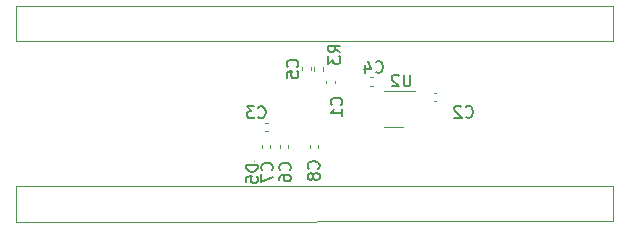
<source format=gbo>
%TF.GenerationSoftware,KiCad,Pcbnew,6.0.2*%
%TF.CreationDate,2022-04-10T12:21:24-06:00*%
%TF.ProjectId,FPGA_1,46504741-5f31-42e6-9b69-6361645f7063,rev?*%
%TF.SameCoordinates,Original*%
%TF.FileFunction,Legend,Bot*%
%TF.FilePolarity,Positive*%
%FSLAX46Y46*%
G04 Gerber Fmt 4.6, Leading zero omitted, Abs format (unit mm)*
G04 Created by KiCad (PCBNEW 6.0.2) date 2022-04-10 12:21:24*
%MOMM*%
%LPD*%
G01*
G04 APERTURE LIST*
%ADD10C,0.150000*%
%ADD11C,0.120000*%
%ADD12C,0.100000*%
G04 APERTURE END LIST*
D10*
%TO.C,C7*%
X84050142Y-93813333D02*
X84097761Y-93765714D01*
X84145380Y-93622857D01*
X84145380Y-93527619D01*
X84097761Y-93384761D01*
X84002523Y-93289523D01*
X83907285Y-93241904D01*
X83716809Y-93194285D01*
X83573952Y-93194285D01*
X83383476Y-93241904D01*
X83288238Y-93289523D01*
X83193000Y-93384761D01*
X83145380Y-93527619D01*
X83145380Y-93622857D01*
X83193000Y-93765714D01*
X83240619Y-93813333D01*
X83145380Y-94146666D02*
X83145380Y-94813333D01*
X84145380Y-94384761D01*
%TO.C,R3*%
X89834980Y-83856533D02*
X89358790Y-83523200D01*
X89834980Y-83285104D02*
X88834980Y-83285104D01*
X88834980Y-83666057D01*
X88882600Y-83761295D01*
X88930219Y-83808914D01*
X89025457Y-83856533D01*
X89168314Y-83856533D01*
X89263552Y-83808914D01*
X89311171Y-83761295D01*
X89358790Y-83666057D01*
X89358790Y-83285104D01*
X88834980Y-84189866D02*
X88834980Y-84808914D01*
X89215933Y-84475580D01*
X89215933Y-84618438D01*
X89263552Y-84713676D01*
X89311171Y-84761295D01*
X89406409Y-84808914D01*
X89644504Y-84808914D01*
X89739742Y-84761295D01*
X89787361Y-84713676D01*
X89834980Y-84618438D01*
X89834980Y-84332723D01*
X89787361Y-84237485D01*
X89739742Y-84189866D01*
%TO.C,C5*%
X86192142Y-85075733D02*
X86239761Y-85028114D01*
X86287380Y-84885257D01*
X86287380Y-84790019D01*
X86239761Y-84647161D01*
X86144523Y-84551923D01*
X86049285Y-84504304D01*
X85858809Y-84456685D01*
X85715952Y-84456685D01*
X85525476Y-84504304D01*
X85430238Y-84551923D01*
X85335000Y-84647161D01*
X85287380Y-84790019D01*
X85287380Y-84885257D01*
X85335000Y-85028114D01*
X85382619Y-85075733D01*
X85287380Y-85980495D02*
X85287380Y-85504304D01*
X85763571Y-85456685D01*
X85715952Y-85504304D01*
X85668333Y-85599542D01*
X85668333Y-85837638D01*
X85715952Y-85932876D01*
X85763571Y-85980495D01*
X85858809Y-86028114D01*
X86096904Y-86028114D01*
X86192142Y-85980495D01*
X86239761Y-85932876D01*
X86287380Y-85837638D01*
X86287380Y-85599542D01*
X86239761Y-85504304D01*
X86192142Y-85456685D01*
%TO.C,U2*%
X95783304Y-85736180D02*
X95783304Y-86545704D01*
X95735685Y-86640942D01*
X95688066Y-86688561D01*
X95592828Y-86736180D01*
X95402352Y-86736180D01*
X95307114Y-86688561D01*
X95259495Y-86640942D01*
X95211876Y-86545704D01*
X95211876Y-85736180D01*
X94783304Y-85831419D02*
X94735685Y-85783800D01*
X94640447Y-85736180D01*
X94402352Y-85736180D01*
X94307114Y-85783800D01*
X94259495Y-85831419D01*
X94211876Y-85926657D01*
X94211876Y-86021895D01*
X94259495Y-86164752D01*
X94830923Y-86736180D01*
X94211876Y-86736180D01*
%TO.C,C2*%
X100445866Y-89282542D02*
X100493485Y-89330161D01*
X100636342Y-89377780D01*
X100731580Y-89377780D01*
X100874438Y-89330161D01*
X100969676Y-89234923D01*
X101017295Y-89139685D01*
X101064914Y-88949209D01*
X101064914Y-88806352D01*
X101017295Y-88615876D01*
X100969676Y-88520638D01*
X100874438Y-88425400D01*
X100731580Y-88377780D01*
X100636342Y-88377780D01*
X100493485Y-88425400D01*
X100445866Y-88473019D01*
X100064914Y-88473019D02*
X100017295Y-88425400D01*
X99922057Y-88377780D01*
X99683961Y-88377780D01*
X99588723Y-88425400D01*
X99541104Y-88473019D01*
X99493485Y-88568257D01*
X99493485Y-88663495D01*
X99541104Y-88806352D01*
X100112533Y-89377780D01*
X99493485Y-89377780D01*
%TO.C,C3*%
X82894466Y-89333342D02*
X82942085Y-89380961D01*
X83084942Y-89428580D01*
X83180180Y-89428580D01*
X83323038Y-89380961D01*
X83418276Y-89285723D01*
X83465895Y-89190485D01*
X83513514Y-89000009D01*
X83513514Y-88857152D01*
X83465895Y-88666676D01*
X83418276Y-88571438D01*
X83323038Y-88476200D01*
X83180180Y-88428580D01*
X83084942Y-88428580D01*
X82942085Y-88476200D01*
X82894466Y-88523819D01*
X82561133Y-88428580D02*
X81942085Y-88428580D01*
X82275419Y-88809533D01*
X82132561Y-88809533D01*
X82037323Y-88857152D01*
X81989704Y-88904771D01*
X81942085Y-89000009D01*
X81942085Y-89238104D01*
X81989704Y-89333342D01*
X82037323Y-89380961D01*
X82132561Y-89428580D01*
X82418276Y-89428580D01*
X82513514Y-89380961D01*
X82561133Y-89333342D01*
%TO.C,C6*%
X85574142Y-93813333D02*
X85621761Y-93765714D01*
X85669380Y-93622857D01*
X85669380Y-93527619D01*
X85621761Y-93384761D01*
X85526523Y-93289523D01*
X85431285Y-93241904D01*
X85240809Y-93194285D01*
X85097952Y-93194285D01*
X84907476Y-93241904D01*
X84812238Y-93289523D01*
X84717000Y-93384761D01*
X84669380Y-93527619D01*
X84669380Y-93622857D01*
X84717000Y-93765714D01*
X84764619Y-93813333D01*
X84669380Y-94670476D02*
X84669380Y-94480000D01*
X84717000Y-94384761D01*
X84764619Y-94337142D01*
X84907476Y-94241904D01*
X85097952Y-94194285D01*
X85478904Y-94194285D01*
X85574142Y-94241904D01*
X85621761Y-94289523D01*
X85669380Y-94384761D01*
X85669380Y-94575238D01*
X85621761Y-94670476D01*
X85574142Y-94718095D01*
X85478904Y-94765714D01*
X85240809Y-94765714D01*
X85145571Y-94718095D01*
X85097952Y-94670476D01*
X85050333Y-94575238D01*
X85050333Y-94384761D01*
X85097952Y-94289523D01*
X85145571Y-94241904D01*
X85240809Y-94194285D01*
%TO.C,C8*%
X87987142Y-93686333D02*
X88034761Y-93638714D01*
X88082380Y-93495857D01*
X88082380Y-93400619D01*
X88034761Y-93257761D01*
X87939523Y-93162523D01*
X87844285Y-93114904D01*
X87653809Y-93067285D01*
X87510952Y-93067285D01*
X87320476Y-93114904D01*
X87225238Y-93162523D01*
X87130000Y-93257761D01*
X87082380Y-93400619D01*
X87082380Y-93495857D01*
X87130000Y-93638714D01*
X87177619Y-93686333D01*
X87510952Y-94257761D02*
X87463333Y-94162523D01*
X87415714Y-94114904D01*
X87320476Y-94067285D01*
X87272857Y-94067285D01*
X87177619Y-94114904D01*
X87130000Y-94162523D01*
X87082380Y-94257761D01*
X87082380Y-94448238D01*
X87130000Y-94543476D01*
X87177619Y-94591095D01*
X87272857Y-94638714D01*
X87320476Y-94638714D01*
X87415714Y-94591095D01*
X87463333Y-94543476D01*
X87510952Y-94448238D01*
X87510952Y-94257761D01*
X87558571Y-94162523D01*
X87606190Y-94114904D01*
X87701428Y-94067285D01*
X87891904Y-94067285D01*
X87987142Y-94114904D01*
X88034761Y-94162523D01*
X88082380Y-94257761D01*
X88082380Y-94448238D01*
X88034761Y-94543476D01*
X87987142Y-94591095D01*
X87891904Y-94638714D01*
X87701428Y-94638714D01*
X87606190Y-94591095D01*
X87558571Y-94543476D01*
X87510952Y-94448238D01*
%TO.C,D5*%
X82875380Y-93368904D02*
X81875380Y-93368904D01*
X81875380Y-93607000D01*
X81923000Y-93749857D01*
X82018238Y-93845095D01*
X82113476Y-93892714D01*
X82303952Y-93940333D01*
X82446809Y-93940333D01*
X82637285Y-93892714D01*
X82732523Y-93845095D01*
X82827761Y-93749857D01*
X82875380Y-93607000D01*
X82875380Y-93368904D01*
X81875380Y-94845095D02*
X81875380Y-94368904D01*
X82351571Y-94321285D01*
X82303952Y-94368904D01*
X82256333Y-94464142D01*
X82256333Y-94702238D01*
X82303952Y-94797476D01*
X82351571Y-94845095D01*
X82446809Y-94892714D01*
X82684904Y-94892714D01*
X82780142Y-94845095D01*
X82827761Y-94797476D01*
X82875380Y-94702238D01*
X82875380Y-94464142D01*
X82827761Y-94368904D01*
X82780142Y-94321285D01*
%TO.C,C1*%
X89917542Y-88301533D02*
X89965161Y-88253914D01*
X90012780Y-88111057D01*
X90012780Y-88015819D01*
X89965161Y-87872961D01*
X89869923Y-87777723D01*
X89774685Y-87730104D01*
X89584209Y-87682485D01*
X89441352Y-87682485D01*
X89250876Y-87730104D01*
X89155638Y-87777723D01*
X89060400Y-87872961D01*
X89012780Y-88015819D01*
X89012780Y-88111057D01*
X89060400Y-88253914D01*
X89108019Y-88301533D01*
X90012780Y-89253914D02*
X90012780Y-88682485D01*
X90012780Y-88968200D02*
X89012780Y-88968200D01*
X89155638Y-88872961D01*
X89250876Y-88777723D01*
X89298495Y-88682485D01*
%TO.C,C4*%
X92825866Y-85497942D02*
X92873485Y-85545561D01*
X93016342Y-85593180D01*
X93111580Y-85593180D01*
X93254438Y-85545561D01*
X93349676Y-85450323D01*
X93397295Y-85355085D01*
X93444914Y-85164609D01*
X93444914Y-85021752D01*
X93397295Y-84831276D01*
X93349676Y-84736038D01*
X93254438Y-84640800D01*
X93111580Y-84593180D01*
X93016342Y-84593180D01*
X92873485Y-84640800D01*
X92825866Y-84688419D01*
X91968723Y-84926514D02*
X91968723Y-85593180D01*
X92206819Y-84545561D02*
X92444914Y-85259847D01*
X91825866Y-85259847D01*
D11*
%TO.C,J1*%
X62382400Y-79933800D02*
X112903000Y-79959200D01*
X112903000Y-82880200D02*
X112903000Y-79959200D01*
X62357000Y-95199200D02*
X112903000Y-95199200D01*
X62425400Y-98197800D02*
X112903000Y-98145600D01*
X112903000Y-98145600D02*
X112903000Y-95199200D01*
X62357000Y-82854800D02*
X112903000Y-82880200D01*
X62357000Y-79933800D02*
X62357000Y-82854800D01*
X62357000Y-98145600D02*
X62357000Y-95199200D01*
%TO.C,C7*%
X83926000Y-91936835D02*
X83926000Y-91705165D01*
X83206000Y-91936835D02*
X83206000Y-91705165D01*
%TO.C,R3*%
X87631000Y-85049379D02*
X87631000Y-85384621D01*
X88391000Y-85049379D02*
X88391000Y-85384621D01*
%TO.C,C5*%
X87355000Y-85126565D02*
X87355000Y-85358235D01*
X86635000Y-85126565D02*
X86635000Y-85358235D01*
%TO.C,U2*%
X94361000Y-87086000D02*
X93561000Y-87086000D01*
X94361000Y-87086000D02*
X96161000Y-87086000D01*
X94361000Y-90206000D02*
X93561000Y-90206000D01*
X94361000Y-90206000D02*
X95161000Y-90206000D01*
%TO.C,C2*%
X97733665Y-87990000D02*
X97965335Y-87990000D01*
X97733665Y-87270000D02*
X97965335Y-87270000D01*
%TO.C,C3*%
X83450165Y-90530000D02*
X83681835Y-90530000D01*
X83450165Y-89810000D02*
X83681835Y-89810000D01*
%TO.C,C6*%
X84730000Y-91936835D02*
X84730000Y-91705165D01*
X85450000Y-91936835D02*
X85450000Y-91705165D01*
%TO.C,C8*%
X87990000Y-91936835D02*
X87990000Y-91705165D01*
X87270000Y-91936835D02*
X87270000Y-91705165D01*
D12*
%TO.C,D5*%
X82600000Y-93086000D02*
G75*
G03*
X82600000Y-93086000I-50000J0D01*
G01*
D11*
%TO.C,C1*%
X89387000Y-86244165D02*
X89387000Y-86475835D01*
X88667000Y-86244165D02*
X88667000Y-86475835D01*
%TO.C,C4*%
X92390965Y-86669200D02*
X92622635Y-86669200D01*
X92390965Y-85949200D02*
X92622635Y-85949200D01*
%TD*%
M02*

</source>
